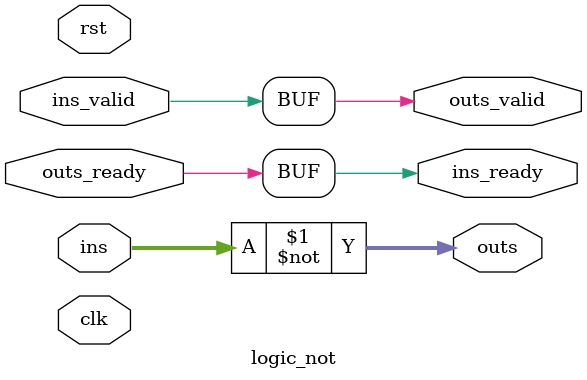
<source format=v>
`timescale 1ns/1ps
module logic_not #(
  parameter DATA_WIDTH = 32
)(
  input  clk,
  input  rst,
  // Input channel
  input  [DATA_WIDTH - 1 : 0] ins,
  input  ins_valid,
  output ins_ready,
  // Output channel
  output [DATA_WIDTH - 1 : 0] outs,
  output outs_valid,
  input  outs_ready
);
  assign outs = ~ins;
  assign outs_valid = ins_valid;
  assign ins_ready = outs_ready;

endmodule

</source>
